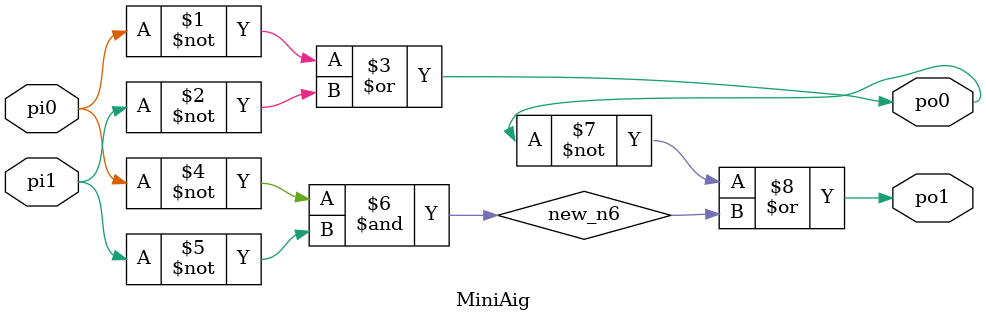
<source format=v>

module MiniAig ( 
    pi0, pi1,
    po0, po1  );
  input  pi0, pi1;
  output po0, po1;
  wire new_n6;
  assign po0 = ~pi0 | ~pi1;
  assign new_n6 = ~pi0 & ~pi1;
  assign po1 = ~po0 | new_n6;
endmodule



</source>
